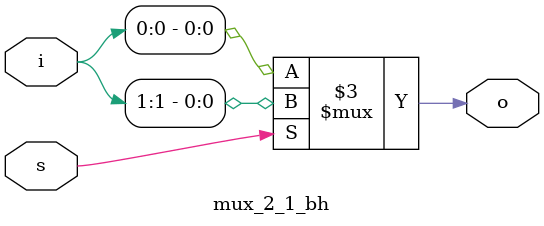
<source format=v>
/**********************************
    2:1 Multiplexer - Behavioural
**********************************/

module mux_2_1_bh(o,i,s);
input [1:0]i;
input s;
output reg o;

always @(*) begin
    if(s)
        o=i[1];
    else 
        o=i[0];
end
    
endmodule
</source>
